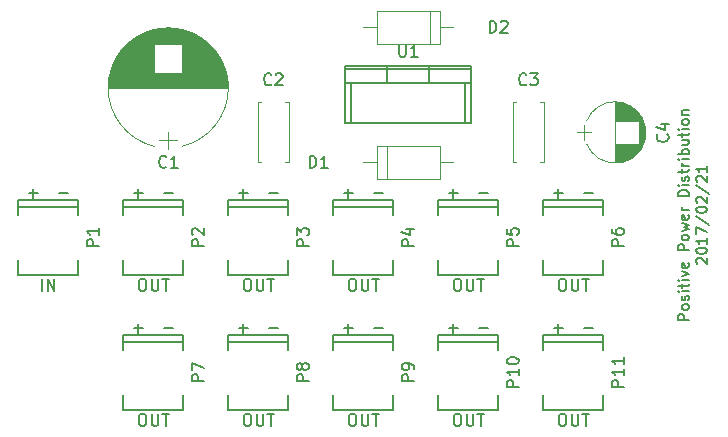
<source format=gto>
G04 #@! TF.FileFunction,Legend,Top*
%FSLAX46Y46*%
G04 Gerber Fmt 4.6, Leading zero omitted, Abs format (unit mm)*
G04 Created by KiCad (PCBNEW 4.0.7) date 02/11/18 16:54:13*
%MOMM*%
%LPD*%
G01*
G04 APERTURE LIST*
%ADD10C,0.100000*%
%ADD11C,0.190500*%
%ADD12C,0.150000*%
%ADD13C,0.120000*%
G04 APERTURE END LIST*
D10*
D11*
X188870167Y-113643830D02*
X187981167Y-113643830D01*
X187981167Y-113305164D01*
X188023500Y-113220497D01*
X188065833Y-113178164D01*
X188150500Y-113135830D01*
X188277500Y-113135830D01*
X188362167Y-113178164D01*
X188404500Y-113220497D01*
X188446833Y-113305164D01*
X188446833Y-113643830D01*
X188870167Y-112627830D02*
X188827833Y-112712497D01*
X188785500Y-112754830D01*
X188700833Y-112797164D01*
X188446833Y-112797164D01*
X188362167Y-112754830D01*
X188319833Y-112712497D01*
X188277500Y-112627830D01*
X188277500Y-112500830D01*
X188319833Y-112416164D01*
X188362167Y-112373830D01*
X188446833Y-112331497D01*
X188700833Y-112331497D01*
X188785500Y-112373830D01*
X188827833Y-112416164D01*
X188870167Y-112500830D01*
X188870167Y-112627830D01*
X188827833Y-111992831D02*
X188870167Y-111908164D01*
X188870167Y-111738831D01*
X188827833Y-111654164D01*
X188743167Y-111611831D01*
X188700833Y-111611831D01*
X188616167Y-111654164D01*
X188573833Y-111738831D01*
X188573833Y-111865831D01*
X188531500Y-111950497D01*
X188446833Y-111992831D01*
X188404500Y-111992831D01*
X188319833Y-111950497D01*
X188277500Y-111865831D01*
X188277500Y-111738831D01*
X188319833Y-111654164D01*
X188870167Y-111230830D02*
X188277500Y-111230830D01*
X187981167Y-111230830D02*
X188023500Y-111273164D01*
X188065833Y-111230830D01*
X188023500Y-111188497D01*
X187981167Y-111230830D01*
X188065833Y-111230830D01*
X188277500Y-110934497D02*
X188277500Y-110595831D01*
X187981167Y-110807497D02*
X188743167Y-110807497D01*
X188827833Y-110765164D01*
X188870167Y-110680497D01*
X188870167Y-110595831D01*
X188870167Y-110299497D02*
X188277500Y-110299497D01*
X187981167Y-110299497D02*
X188023500Y-110341831D01*
X188065833Y-110299497D01*
X188023500Y-110257164D01*
X187981167Y-110299497D01*
X188065833Y-110299497D01*
X188277500Y-109960831D02*
X188870167Y-109749164D01*
X188277500Y-109537498D01*
X188827833Y-108860165D02*
X188870167Y-108944831D01*
X188870167Y-109114165D01*
X188827833Y-109198831D01*
X188743167Y-109241165D01*
X188404500Y-109241165D01*
X188319833Y-109198831D01*
X188277500Y-109114165D01*
X188277500Y-108944831D01*
X188319833Y-108860165D01*
X188404500Y-108817831D01*
X188489167Y-108817831D01*
X188573833Y-109241165D01*
X188870167Y-107759498D02*
X187981167Y-107759498D01*
X187981167Y-107420832D01*
X188023500Y-107336165D01*
X188065833Y-107293832D01*
X188150500Y-107251498D01*
X188277500Y-107251498D01*
X188362167Y-107293832D01*
X188404500Y-107336165D01*
X188446833Y-107420832D01*
X188446833Y-107759498D01*
X188870167Y-106743498D02*
X188827833Y-106828165D01*
X188785500Y-106870498D01*
X188700833Y-106912832D01*
X188446833Y-106912832D01*
X188362167Y-106870498D01*
X188319833Y-106828165D01*
X188277500Y-106743498D01*
X188277500Y-106616498D01*
X188319833Y-106531832D01*
X188362167Y-106489498D01*
X188446833Y-106447165D01*
X188700833Y-106447165D01*
X188785500Y-106489498D01*
X188827833Y-106531832D01*
X188870167Y-106616498D01*
X188870167Y-106743498D01*
X188277500Y-106150832D02*
X188870167Y-105981499D01*
X188446833Y-105812165D01*
X188870167Y-105642832D01*
X188277500Y-105473499D01*
X188827833Y-104796166D02*
X188870167Y-104880832D01*
X188870167Y-105050166D01*
X188827833Y-105134832D01*
X188743167Y-105177166D01*
X188404500Y-105177166D01*
X188319833Y-105134832D01*
X188277500Y-105050166D01*
X188277500Y-104880832D01*
X188319833Y-104796166D01*
X188404500Y-104753832D01*
X188489167Y-104753832D01*
X188573833Y-105177166D01*
X188870167Y-104372832D02*
X188277500Y-104372832D01*
X188446833Y-104372832D02*
X188362167Y-104330499D01*
X188319833Y-104288166D01*
X188277500Y-104203499D01*
X188277500Y-104118832D01*
X188870167Y-103145166D02*
X187981167Y-103145166D01*
X187981167Y-102933500D01*
X188023500Y-102806500D01*
X188108167Y-102721833D01*
X188192833Y-102679500D01*
X188362167Y-102637166D01*
X188489167Y-102637166D01*
X188658500Y-102679500D01*
X188743167Y-102721833D01*
X188827833Y-102806500D01*
X188870167Y-102933500D01*
X188870167Y-103145166D01*
X188870167Y-102256166D02*
X188277500Y-102256166D01*
X187981167Y-102256166D02*
X188023500Y-102298500D01*
X188065833Y-102256166D01*
X188023500Y-102213833D01*
X187981167Y-102256166D01*
X188065833Y-102256166D01*
X188827833Y-101875167D02*
X188870167Y-101790500D01*
X188870167Y-101621167D01*
X188827833Y-101536500D01*
X188743167Y-101494167D01*
X188700833Y-101494167D01*
X188616167Y-101536500D01*
X188573833Y-101621167D01*
X188573833Y-101748167D01*
X188531500Y-101832833D01*
X188446833Y-101875167D01*
X188404500Y-101875167D01*
X188319833Y-101832833D01*
X188277500Y-101748167D01*
X188277500Y-101621167D01*
X188319833Y-101536500D01*
X188277500Y-101240166D02*
X188277500Y-100901500D01*
X187981167Y-101113166D02*
X188743167Y-101113166D01*
X188827833Y-101070833D01*
X188870167Y-100986166D01*
X188870167Y-100901500D01*
X188870167Y-100605166D02*
X188277500Y-100605166D01*
X188446833Y-100605166D02*
X188362167Y-100562833D01*
X188319833Y-100520500D01*
X188277500Y-100435833D01*
X188277500Y-100351166D01*
X188870167Y-100054833D02*
X188277500Y-100054833D01*
X187981167Y-100054833D02*
X188023500Y-100097167D01*
X188065833Y-100054833D01*
X188023500Y-100012500D01*
X187981167Y-100054833D01*
X188065833Y-100054833D01*
X188870167Y-99631500D02*
X187981167Y-99631500D01*
X188319833Y-99631500D02*
X188277500Y-99546834D01*
X188277500Y-99377500D01*
X188319833Y-99292834D01*
X188362167Y-99250500D01*
X188446833Y-99208167D01*
X188700833Y-99208167D01*
X188785500Y-99250500D01*
X188827833Y-99292834D01*
X188870167Y-99377500D01*
X188870167Y-99546834D01*
X188827833Y-99631500D01*
X188277500Y-98446167D02*
X188870167Y-98446167D01*
X188277500Y-98827167D02*
X188743167Y-98827167D01*
X188827833Y-98784834D01*
X188870167Y-98700167D01*
X188870167Y-98573167D01*
X188827833Y-98488501D01*
X188785500Y-98446167D01*
X188277500Y-98149834D02*
X188277500Y-97811168D01*
X187981167Y-98022834D02*
X188743167Y-98022834D01*
X188827833Y-97980501D01*
X188870167Y-97895834D01*
X188870167Y-97811168D01*
X188870167Y-97514834D02*
X188277500Y-97514834D01*
X187981167Y-97514834D02*
X188023500Y-97557168D01*
X188065833Y-97514834D01*
X188023500Y-97472501D01*
X187981167Y-97514834D01*
X188065833Y-97514834D01*
X188870167Y-96964501D02*
X188827833Y-97049168D01*
X188785500Y-97091501D01*
X188700833Y-97133835D01*
X188446833Y-97133835D01*
X188362167Y-97091501D01*
X188319833Y-97049168D01*
X188277500Y-96964501D01*
X188277500Y-96837501D01*
X188319833Y-96752835D01*
X188362167Y-96710501D01*
X188446833Y-96668168D01*
X188700833Y-96668168D01*
X188785500Y-96710501D01*
X188827833Y-96752835D01*
X188870167Y-96837501D01*
X188870167Y-96964501D01*
X188277500Y-96287168D02*
X188870167Y-96287168D01*
X188362167Y-96287168D02*
X188319833Y-96244835D01*
X188277500Y-96160168D01*
X188277500Y-96033168D01*
X188319833Y-95948502D01*
X188404500Y-95906168D01*
X188870167Y-95906168D01*
X189589833Y-108923668D02*
X189547500Y-108881334D01*
X189505167Y-108796668D01*
X189505167Y-108585001D01*
X189547500Y-108500334D01*
X189589833Y-108458001D01*
X189674500Y-108415668D01*
X189759167Y-108415668D01*
X189886167Y-108458001D01*
X190394167Y-108966001D01*
X190394167Y-108415668D01*
X189505167Y-107865334D02*
X189505167Y-107780667D01*
X189547500Y-107696001D01*
X189589833Y-107653667D01*
X189674500Y-107611334D01*
X189843833Y-107569001D01*
X190055500Y-107569001D01*
X190224833Y-107611334D01*
X190309500Y-107653667D01*
X190351833Y-107696001D01*
X190394167Y-107780667D01*
X190394167Y-107865334D01*
X190351833Y-107950001D01*
X190309500Y-107992334D01*
X190224833Y-108034667D01*
X190055500Y-108077001D01*
X189843833Y-108077001D01*
X189674500Y-108034667D01*
X189589833Y-107992334D01*
X189547500Y-107950001D01*
X189505167Y-107865334D01*
X190394167Y-106722334D02*
X190394167Y-107230334D01*
X190394167Y-106976334D02*
X189505167Y-106976334D01*
X189632167Y-107061000D01*
X189716833Y-107145667D01*
X189759167Y-107230334D01*
X189505167Y-106426000D02*
X189505167Y-105833333D01*
X190394167Y-106214333D01*
X189462833Y-104859666D02*
X190605833Y-105621666D01*
X189505167Y-104394000D02*
X189505167Y-104309333D01*
X189547500Y-104224667D01*
X189589833Y-104182333D01*
X189674500Y-104140000D01*
X189843833Y-104097667D01*
X190055500Y-104097667D01*
X190224833Y-104140000D01*
X190309500Y-104182333D01*
X190351833Y-104224667D01*
X190394167Y-104309333D01*
X190394167Y-104394000D01*
X190351833Y-104478667D01*
X190309500Y-104521000D01*
X190224833Y-104563333D01*
X190055500Y-104605667D01*
X189843833Y-104605667D01*
X189674500Y-104563333D01*
X189589833Y-104521000D01*
X189547500Y-104478667D01*
X189505167Y-104394000D01*
X189589833Y-103759000D02*
X189547500Y-103716666D01*
X189505167Y-103632000D01*
X189505167Y-103420333D01*
X189547500Y-103335666D01*
X189589833Y-103293333D01*
X189674500Y-103251000D01*
X189759167Y-103251000D01*
X189886167Y-103293333D01*
X190394167Y-103801333D01*
X190394167Y-103251000D01*
X189462833Y-102234999D02*
X190605833Y-102996999D01*
X189589833Y-101981000D02*
X189547500Y-101938666D01*
X189505167Y-101854000D01*
X189505167Y-101642333D01*
X189547500Y-101557666D01*
X189589833Y-101515333D01*
X189674500Y-101473000D01*
X189759167Y-101473000D01*
X189886167Y-101515333D01*
X190394167Y-102023333D01*
X190394167Y-101473000D01*
X190394167Y-100626333D02*
X190394167Y-101134333D01*
X190394167Y-100880333D02*
X189505167Y-100880333D01*
X189632167Y-100964999D01*
X189716833Y-101049666D01*
X189759167Y-101134333D01*
D12*
X158750000Y-115570000D02*
X163830000Y-115570000D01*
X163830000Y-121285000D02*
X163830000Y-120015000D01*
X163830000Y-115570000D02*
X163830000Y-116205000D01*
X158750000Y-120650000D02*
X158750000Y-120015000D01*
X158750000Y-115570000D02*
X158750000Y-116205000D01*
X158750000Y-115570000D02*
X158750000Y-114935000D01*
X158750000Y-114935000D02*
X163830000Y-114935000D01*
X163830000Y-114935000D02*
X163830000Y-115570000D01*
X163830000Y-121285000D02*
X158750000Y-121285000D01*
X158750000Y-121285000D02*
X158750000Y-120650000D01*
X149860000Y-115570000D02*
X154940000Y-115570000D01*
X154940000Y-121285000D02*
X154940000Y-120015000D01*
X154940000Y-115570000D02*
X154940000Y-116205000D01*
X149860000Y-120650000D02*
X149860000Y-120015000D01*
X149860000Y-115570000D02*
X149860000Y-116205000D01*
X149860000Y-115570000D02*
X149860000Y-114935000D01*
X149860000Y-114935000D02*
X154940000Y-114935000D01*
X154940000Y-114935000D02*
X154940000Y-115570000D01*
X154940000Y-121285000D02*
X149860000Y-121285000D01*
X149860000Y-121285000D02*
X149860000Y-120650000D01*
X140970000Y-115570000D02*
X146050000Y-115570000D01*
X146050000Y-121285000D02*
X146050000Y-120015000D01*
X146050000Y-115570000D02*
X146050000Y-116205000D01*
X140970000Y-120650000D02*
X140970000Y-120015000D01*
X140970000Y-115570000D02*
X140970000Y-116205000D01*
X140970000Y-115570000D02*
X140970000Y-114935000D01*
X140970000Y-114935000D02*
X146050000Y-114935000D01*
X146050000Y-114935000D02*
X146050000Y-115570000D01*
X146050000Y-121285000D02*
X140970000Y-121285000D01*
X140970000Y-121285000D02*
X140970000Y-120650000D01*
X167640000Y-115570000D02*
X172720000Y-115570000D01*
X172720000Y-121285000D02*
X172720000Y-120015000D01*
X172720000Y-115570000D02*
X172720000Y-116205000D01*
X167640000Y-120650000D02*
X167640000Y-120015000D01*
X167640000Y-115570000D02*
X167640000Y-116205000D01*
X167640000Y-115570000D02*
X167640000Y-114935000D01*
X167640000Y-114935000D02*
X172720000Y-114935000D01*
X172720000Y-114935000D02*
X172720000Y-115570000D01*
X172720000Y-121285000D02*
X167640000Y-121285000D01*
X167640000Y-121285000D02*
X167640000Y-120650000D01*
X176530000Y-115570000D02*
X181610000Y-115570000D01*
X181610000Y-121285000D02*
X181610000Y-120015000D01*
X181610000Y-115570000D02*
X181610000Y-116205000D01*
X176530000Y-120650000D02*
X176530000Y-120015000D01*
X176530000Y-115570000D02*
X176530000Y-116205000D01*
X176530000Y-115570000D02*
X176530000Y-114935000D01*
X176530000Y-114935000D02*
X181610000Y-114935000D01*
X181610000Y-114935000D02*
X181610000Y-115570000D01*
X181610000Y-121285000D02*
X176530000Y-121285000D01*
X176530000Y-121285000D02*
X176530000Y-120650000D01*
X176530000Y-104140000D02*
X181610000Y-104140000D01*
X181610000Y-109855000D02*
X181610000Y-108585000D01*
X181610000Y-104140000D02*
X181610000Y-104775000D01*
X176530000Y-109220000D02*
X176530000Y-108585000D01*
X176530000Y-104140000D02*
X176530000Y-104775000D01*
X176530000Y-104140000D02*
X176530000Y-103505000D01*
X176530000Y-103505000D02*
X181610000Y-103505000D01*
X181610000Y-103505000D02*
X181610000Y-104140000D01*
X181610000Y-109855000D02*
X176530000Y-109855000D01*
X176530000Y-109855000D02*
X176530000Y-109220000D01*
X167640000Y-104140000D02*
X172720000Y-104140000D01*
X172720000Y-109855000D02*
X172720000Y-108585000D01*
X172720000Y-104140000D02*
X172720000Y-104775000D01*
X167640000Y-109220000D02*
X167640000Y-108585000D01*
X167640000Y-104140000D02*
X167640000Y-104775000D01*
X167640000Y-104140000D02*
X167640000Y-103505000D01*
X167640000Y-103505000D02*
X172720000Y-103505000D01*
X172720000Y-103505000D02*
X172720000Y-104140000D01*
X172720000Y-109855000D02*
X167640000Y-109855000D01*
X167640000Y-109855000D02*
X167640000Y-109220000D01*
X158750000Y-104140000D02*
X163830000Y-104140000D01*
X163830000Y-109855000D02*
X163830000Y-108585000D01*
X163830000Y-104140000D02*
X163830000Y-104775000D01*
X158750000Y-109220000D02*
X158750000Y-108585000D01*
X158750000Y-104140000D02*
X158750000Y-104775000D01*
X158750000Y-104140000D02*
X158750000Y-103505000D01*
X158750000Y-103505000D02*
X163830000Y-103505000D01*
X163830000Y-103505000D02*
X163830000Y-104140000D01*
X163830000Y-109855000D02*
X158750000Y-109855000D01*
X158750000Y-109855000D02*
X158750000Y-109220000D01*
X149860000Y-104140000D02*
X154940000Y-104140000D01*
X154940000Y-109855000D02*
X154940000Y-108585000D01*
X154940000Y-104140000D02*
X154940000Y-104775000D01*
X149860000Y-109220000D02*
X149860000Y-108585000D01*
X149860000Y-104140000D02*
X149860000Y-104775000D01*
X149860000Y-104140000D02*
X149860000Y-103505000D01*
X149860000Y-103505000D02*
X154940000Y-103505000D01*
X154940000Y-103505000D02*
X154940000Y-104140000D01*
X154940000Y-109855000D02*
X149860000Y-109855000D01*
X149860000Y-109855000D02*
X149860000Y-109220000D01*
X140970000Y-104140000D02*
X146050000Y-104140000D01*
X146050000Y-109855000D02*
X146050000Y-108585000D01*
X146050000Y-104140000D02*
X146050000Y-104775000D01*
X140970000Y-109220000D02*
X140970000Y-108585000D01*
X140970000Y-104140000D02*
X140970000Y-104775000D01*
X140970000Y-104140000D02*
X140970000Y-103505000D01*
X140970000Y-103505000D02*
X146050000Y-103505000D01*
X146050000Y-103505000D02*
X146050000Y-104140000D01*
X146050000Y-109855000D02*
X140970000Y-109855000D01*
X140970000Y-109855000D02*
X140970000Y-109220000D01*
X132080000Y-104140000D02*
X137160000Y-104140000D01*
X137160000Y-109855000D02*
X137160000Y-108585000D01*
X137160000Y-104140000D02*
X137160000Y-104775000D01*
X132080000Y-109220000D02*
X132080000Y-108585000D01*
X132080000Y-104140000D02*
X132080000Y-104775000D01*
X132080000Y-104140000D02*
X132080000Y-103505000D01*
X132080000Y-103505000D02*
X137160000Y-103505000D01*
X137160000Y-103505000D02*
X137160000Y-104140000D01*
X137160000Y-109855000D02*
X132080000Y-109855000D01*
X132080000Y-109855000D02*
X132080000Y-109220000D01*
D13*
X143600806Y-89068475D02*
G75*
G03X143600000Y-98971333I1179194J-4951525D01*
G01*
X145959194Y-89068475D02*
G75*
G02X145960000Y-98971333I-1179194J-4951525D01*
G01*
X145959194Y-89068475D02*
G75*
G03X143600000Y-89068667I-1179194J-4951525D01*
G01*
X139730000Y-94020000D02*
X149830000Y-94020000D01*
X139730000Y-93980000D02*
X149830000Y-93980000D01*
X139730000Y-93940000D02*
X149830000Y-93940000D01*
X139731000Y-93900000D02*
X149829000Y-93900000D01*
X139732000Y-93860000D02*
X149828000Y-93860000D01*
X139733000Y-93820000D02*
X149827000Y-93820000D01*
X139735000Y-93780000D02*
X149825000Y-93780000D01*
X139737000Y-93740000D02*
X149823000Y-93740000D01*
X139740000Y-93700000D02*
X149820000Y-93700000D01*
X139742000Y-93660000D02*
X149818000Y-93660000D01*
X139745000Y-93620000D02*
X149815000Y-93620000D01*
X139749000Y-93580000D02*
X149811000Y-93580000D01*
X139752000Y-93540000D02*
X149808000Y-93540000D01*
X139756000Y-93500000D02*
X149804000Y-93500000D01*
X139760000Y-93460000D02*
X149800000Y-93460000D01*
X139765000Y-93420000D02*
X149795000Y-93420000D01*
X139770000Y-93380000D02*
X149790000Y-93380000D01*
X139775000Y-93340000D02*
X149785000Y-93340000D01*
X139781000Y-93299000D02*
X149779000Y-93299000D01*
X139787000Y-93259000D02*
X149773000Y-93259000D01*
X139793000Y-93219000D02*
X149767000Y-93219000D01*
X139799000Y-93179000D02*
X149761000Y-93179000D01*
X139806000Y-93139000D02*
X149754000Y-93139000D01*
X139813000Y-93099000D02*
X149747000Y-93099000D01*
X139821000Y-93059000D02*
X149739000Y-93059000D01*
X139829000Y-93019000D02*
X149731000Y-93019000D01*
X139837000Y-92979000D02*
X149723000Y-92979000D01*
X139845000Y-92939000D02*
X149715000Y-92939000D01*
X139854000Y-92899000D02*
X149706000Y-92899000D01*
X139863000Y-92859000D02*
X149697000Y-92859000D01*
X139873000Y-92819000D02*
X149687000Y-92819000D01*
X139883000Y-92779000D02*
X149677000Y-92779000D01*
X139893000Y-92739000D02*
X149667000Y-92739000D01*
X139904000Y-92699000D02*
X143599000Y-92699000D01*
X145961000Y-92699000D02*
X149656000Y-92699000D01*
X139915000Y-92659000D02*
X143599000Y-92659000D01*
X145961000Y-92659000D02*
X149645000Y-92659000D01*
X139926000Y-92619000D02*
X143599000Y-92619000D01*
X145961000Y-92619000D02*
X149634000Y-92619000D01*
X139937000Y-92579000D02*
X143599000Y-92579000D01*
X145961000Y-92579000D02*
X149623000Y-92579000D01*
X139949000Y-92539000D02*
X143599000Y-92539000D01*
X145961000Y-92539000D02*
X149611000Y-92539000D01*
X139962000Y-92499000D02*
X143599000Y-92499000D01*
X145961000Y-92499000D02*
X149598000Y-92499000D01*
X139974000Y-92459000D02*
X143599000Y-92459000D01*
X145961000Y-92459000D02*
X149586000Y-92459000D01*
X139988000Y-92419000D02*
X143599000Y-92419000D01*
X145961000Y-92419000D02*
X149572000Y-92419000D01*
X140001000Y-92379000D02*
X143599000Y-92379000D01*
X145961000Y-92379000D02*
X149559000Y-92379000D01*
X140015000Y-92339000D02*
X143599000Y-92339000D01*
X145961000Y-92339000D02*
X149545000Y-92339000D01*
X140029000Y-92299000D02*
X143599000Y-92299000D01*
X145961000Y-92299000D02*
X149531000Y-92299000D01*
X140043000Y-92259000D02*
X143599000Y-92259000D01*
X145961000Y-92259000D02*
X149517000Y-92259000D01*
X140058000Y-92219000D02*
X143599000Y-92219000D01*
X145961000Y-92219000D02*
X149502000Y-92219000D01*
X140074000Y-92179000D02*
X143599000Y-92179000D01*
X145961000Y-92179000D02*
X149486000Y-92179000D01*
X140089000Y-92139000D02*
X143599000Y-92139000D01*
X145961000Y-92139000D02*
X149471000Y-92139000D01*
X140106000Y-92099000D02*
X143599000Y-92099000D01*
X145961000Y-92099000D02*
X149454000Y-92099000D01*
X140122000Y-92059000D02*
X143599000Y-92059000D01*
X145961000Y-92059000D02*
X149438000Y-92059000D01*
X140139000Y-92019000D02*
X143599000Y-92019000D01*
X145961000Y-92019000D02*
X149421000Y-92019000D01*
X140156000Y-91979000D02*
X143599000Y-91979000D01*
X145961000Y-91979000D02*
X149404000Y-91979000D01*
X140174000Y-91939000D02*
X143599000Y-91939000D01*
X145961000Y-91939000D02*
X149386000Y-91939000D01*
X140192000Y-91899000D02*
X143599000Y-91899000D01*
X145961000Y-91899000D02*
X149368000Y-91899000D01*
X140211000Y-91859000D02*
X143599000Y-91859000D01*
X145961000Y-91859000D02*
X149349000Y-91859000D01*
X140230000Y-91819000D02*
X143599000Y-91819000D01*
X145961000Y-91819000D02*
X149330000Y-91819000D01*
X140249000Y-91779000D02*
X143599000Y-91779000D01*
X145961000Y-91779000D02*
X149311000Y-91779000D01*
X140269000Y-91739000D02*
X143599000Y-91739000D01*
X145961000Y-91739000D02*
X149291000Y-91739000D01*
X140289000Y-91699000D02*
X143599000Y-91699000D01*
X145961000Y-91699000D02*
X149271000Y-91699000D01*
X140310000Y-91659000D02*
X143599000Y-91659000D01*
X145961000Y-91659000D02*
X149250000Y-91659000D01*
X140331000Y-91619000D02*
X143599000Y-91619000D01*
X145961000Y-91619000D02*
X149229000Y-91619000D01*
X140352000Y-91579000D02*
X143599000Y-91579000D01*
X145961000Y-91579000D02*
X149208000Y-91579000D01*
X140375000Y-91539000D02*
X143599000Y-91539000D01*
X145961000Y-91539000D02*
X149185000Y-91539000D01*
X140397000Y-91499000D02*
X143599000Y-91499000D01*
X145961000Y-91499000D02*
X149163000Y-91499000D01*
X140420000Y-91459000D02*
X143599000Y-91459000D01*
X145961000Y-91459000D02*
X149140000Y-91459000D01*
X140444000Y-91419000D02*
X143599000Y-91419000D01*
X145961000Y-91419000D02*
X149116000Y-91419000D01*
X140468000Y-91379000D02*
X143599000Y-91379000D01*
X145961000Y-91379000D02*
X149092000Y-91379000D01*
X140492000Y-91339000D02*
X143599000Y-91339000D01*
X145961000Y-91339000D02*
X149068000Y-91339000D01*
X140517000Y-91299000D02*
X143599000Y-91299000D01*
X145961000Y-91299000D02*
X149043000Y-91299000D01*
X140543000Y-91259000D02*
X143599000Y-91259000D01*
X145961000Y-91259000D02*
X149017000Y-91259000D01*
X140569000Y-91219000D02*
X143599000Y-91219000D01*
X145961000Y-91219000D02*
X148991000Y-91219000D01*
X140595000Y-91179000D02*
X143599000Y-91179000D01*
X145961000Y-91179000D02*
X148965000Y-91179000D01*
X140623000Y-91139000D02*
X143599000Y-91139000D01*
X145961000Y-91139000D02*
X148937000Y-91139000D01*
X140650000Y-91099000D02*
X143599000Y-91099000D01*
X145961000Y-91099000D02*
X148910000Y-91099000D01*
X140679000Y-91059000D02*
X143599000Y-91059000D01*
X145961000Y-91059000D02*
X148881000Y-91059000D01*
X140708000Y-91019000D02*
X143599000Y-91019000D01*
X145961000Y-91019000D02*
X148852000Y-91019000D01*
X140737000Y-90979000D02*
X143599000Y-90979000D01*
X145961000Y-90979000D02*
X148823000Y-90979000D01*
X140767000Y-90939000D02*
X143599000Y-90939000D01*
X145961000Y-90939000D02*
X148793000Y-90939000D01*
X140798000Y-90899000D02*
X143599000Y-90899000D01*
X145961000Y-90899000D02*
X148762000Y-90899000D01*
X140829000Y-90859000D02*
X143599000Y-90859000D01*
X145961000Y-90859000D02*
X148731000Y-90859000D01*
X140861000Y-90819000D02*
X143599000Y-90819000D01*
X145961000Y-90819000D02*
X148699000Y-90819000D01*
X140894000Y-90779000D02*
X143599000Y-90779000D01*
X145961000Y-90779000D02*
X148666000Y-90779000D01*
X140927000Y-90739000D02*
X143599000Y-90739000D01*
X145961000Y-90739000D02*
X148633000Y-90739000D01*
X140961000Y-90699000D02*
X143599000Y-90699000D01*
X145961000Y-90699000D02*
X148599000Y-90699000D01*
X140996000Y-90659000D02*
X143599000Y-90659000D01*
X145961000Y-90659000D02*
X148564000Y-90659000D01*
X141032000Y-90619000D02*
X143599000Y-90619000D01*
X145961000Y-90619000D02*
X148528000Y-90619000D01*
X141068000Y-90579000D02*
X143599000Y-90579000D01*
X145961000Y-90579000D02*
X148492000Y-90579000D01*
X141105000Y-90539000D02*
X143599000Y-90539000D01*
X145961000Y-90539000D02*
X148455000Y-90539000D01*
X141143000Y-90499000D02*
X143599000Y-90499000D01*
X145961000Y-90499000D02*
X148417000Y-90499000D01*
X141182000Y-90459000D02*
X143599000Y-90459000D01*
X145961000Y-90459000D02*
X148378000Y-90459000D01*
X141221000Y-90419000D02*
X143599000Y-90419000D01*
X145961000Y-90419000D02*
X148339000Y-90419000D01*
X141262000Y-90379000D02*
X143599000Y-90379000D01*
X145961000Y-90379000D02*
X148298000Y-90379000D01*
X141303000Y-90339000D02*
X148257000Y-90339000D01*
X141345000Y-90299000D02*
X148215000Y-90299000D01*
X141389000Y-90259000D02*
X148171000Y-90259000D01*
X141433000Y-90219000D02*
X148127000Y-90219000D01*
X141478000Y-90179000D02*
X148082000Y-90179000D01*
X141525000Y-90139000D02*
X148035000Y-90139000D01*
X141573000Y-90099000D02*
X147987000Y-90099000D01*
X141622000Y-90059000D02*
X147938000Y-90059000D01*
X141672000Y-90019000D02*
X147888000Y-90019000D01*
X141723000Y-89979000D02*
X147837000Y-89979000D01*
X141776000Y-89939000D02*
X147784000Y-89939000D01*
X141831000Y-89899000D02*
X147729000Y-89899000D01*
X141886000Y-89859000D02*
X147674000Y-89859000D01*
X141944000Y-89819000D02*
X147616000Y-89819000D01*
X142003000Y-89779000D02*
X147557000Y-89779000D01*
X142065000Y-89739000D02*
X147495000Y-89739000D01*
X142128000Y-89699000D02*
X147432000Y-89699000D01*
X142193000Y-89659000D02*
X147367000Y-89659000D01*
X142261000Y-89619000D02*
X147299000Y-89619000D01*
X142331000Y-89579000D02*
X147229000Y-89579000D01*
X142403000Y-89539000D02*
X147157000Y-89539000D01*
X142479000Y-89499000D02*
X147081000Y-89499000D01*
X142558000Y-89459000D02*
X147002000Y-89459000D01*
X142640000Y-89419000D02*
X146920000Y-89419000D01*
X142727000Y-89379000D02*
X146833000Y-89379000D01*
X142818000Y-89339000D02*
X146742000Y-89339000D01*
X142914000Y-89299000D02*
X146646000Y-89299000D01*
X143017000Y-89259000D02*
X146543000Y-89259000D01*
X143126000Y-89219000D02*
X146434000Y-89219000D01*
X143244000Y-89179000D02*
X146316000Y-89179000D01*
X143373000Y-89139000D02*
X146187000Y-89139000D01*
X143515000Y-89099000D02*
X146045000Y-89099000D01*
X143676000Y-89059000D02*
X145884000Y-89059000D01*
X143867000Y-89019000D02*
X145693000Y-89019000D01*
X144108000Y-88979000D02*
X145452000Y-88979000D01*
X144501000Y-88939000D02*
X145059000Y-88939000D01*
X144780000Y-99220000D02*
X144780000Y-97720000D01*
X144030000Y-98470000D02*
X145530000Y-98470000D01*
X154980000Y-95190000D02*
X154980000Y-100310000D01*
X152360000Y-95190000D02*
X152360000Y-100310000D01*
X154980000Y-95190000D02*
X154666000Y-95190000D01*
X152674000Y-95190000D02*
X152360000Y-95190000D01*
X154980000Y-100310000D02*
X154666000Y-100310000D01*
X152674000Y-100310000D02*
X152360000Y-100310000D01*
X176570000Y-95190000D02*
X176570000Y-100310000D01*
X173950000Y-95190000D02*
X173950000Y-100310000D01*
X176570000Y-95190000D02*
X176256000Y-95190000D01*
X174264000Y-95190000D02*
X173950000Y-95190000D01*
X176570000Y-100310000D02*
X176256000Y-100310000D01*
X174264000Y-100310000D02*
X173950000Y-100310000D01*
X185006863Y-96808600D02*
G75*
G03X180212564Y-96810000I-2396863J-981400D01*
G01*
X185006863Y-98771400D02*
G75*
G02X180212564Y-98770000I-2396863J981400D01*
G01*
X185006863Y-98771400D02*
G75*
G03X185007436Y-96810000I-2396863J981400D01*
G01*
X182610000Y-95240000D02*
X182610000Y-100340000D01*
X182650000Y-95240000D02*
X182650000Y-96810000D01*
X182650000Y-98770000D02*
X182650000Y-100340000D01*
X182690000Y-95241000D02*
X182690000Y-96810000D01*
X182690000Y-98770000D02*
X182690000Y-100339000D01*
X182730000Y-95242000D02*
X182730000Y-96810000D01*
X182730000Y-98770000D02*
X182730000Y-100338000D01*
X182770000Y-95244000D02*
X182770000Y-96810000D01*
X182770000Y-98770000D02*
X182770000Y-100336000D01*
X182810000Y-95247000D02*
X182810000Y-96810000D01*
X182810000Y-98770000D02*
X182810000Y-100333000D01*
X182850000Y-95251000D02*
X182850000Y-96810000D01*
X182850000Y-98770000D02*
X182850000Y-100329000D01*
X182890000Y-95255000D02*
X182890000Y-96810000D01*
X182890000Y-98770000D02*
X182890000Y-100325000D01*
X182930000Y-95259000D02*
X182930000Y-96810000D01*
X182930000Y-98770000D02*
X182930000Y-100321000D01*
X182970000Y-95265000D02*
X182970000Y-96810000D01*
X182970000Y-98770000D02*
X182970000Y-100315000D01*
X183010000Y-95271000D02*
X183010000Y-96810000D01*
X183010000Y-98770000D02*
X183010000Y-100309000D01*
X183050000Y-95277000D02*
X183050000Y-96810000D01*
X183050000Y-98770000D02*
X183050000Y-100303000D01*
X183090000Y-95284000D02*
X183090000Y-96810000D01*
X183090000Y-98770000D02*
X183090000Y-100296000D01*
X183130000Y-95292000D02*
X183130000Y-96810000D01*
X183130000Y-98770000D02*
X183130000Y-100288000D01*
X183170000Y-95301000D02*
X183170000Y-96810000D01*
X183170000Y-98770000D02*
X183170000Y-100279000D01*
X183210000Y-95310000D02*
X183210000Y-96810000D01*
X183210000Y-98770000D02*
X183210000Y-100270000D01*
X183250000Y-95320000D02*
X183250000Y-96810000D01*
X183250000Y-98770000D02*
X183250000Y-100260000D01*
X183290000Y-95330000D02*
X183290000Y-96810000D01*
X183290000Y-98770000D02*
X183290000Y-100250000D01*
X183331000Y-95342000D02*
X183331000Y-96810000D01*
X183331000Y-98770000D02*
X183331000Y-100238000D01*
X183371000Y-95354000D02*
X183371000Y-96810000D01*
X183371000Y-98770000D02*
X183371000Y-100226000D01*
X183411000Y-95366000D02*
X183411000Y-96810000D01*
X183411000Y-98770000D02*
X183411000Y-100214000D01*
X183451000Y-95380000D02*
X183451000Y-96810000D01*
X183451000Y-98770000D02*
X183451000Y-100200000D01*
X183491000Y-95394000D02*
X183491000Y-96810000D01*
X183491000Y-98770000D02*
X183491000Y-100186000D01*
X183531000Y-95408000D02*
X183531000Y-96810000D01*
X183531000Y-98770000D02*
X183531000Y-100172000D01*
X183571000Y-95424000D02*
X183571000Y-96810000D01*
X183571000Y-98770000D02*
X183571000Y-100156000D01*
X183611000Y-95440000D02*
X183611000Y-96810000D01*
X183611000Y-98770000D02*
X183611000Y-100140000D01*
X183651000Y-95457000D02*
X183651000Y-96810000D01*
X183651000Y-98770000D02*
X183651000Y-100123000D01*
X183691000Y-95475000D02*
X183691000Y-96810000D01*
X183691000Y-98770000D02*
X183691000Y-100105000D01*
X183731000Y-95494000D02*
X183731000Y-96810000D01*
X183731000Y-98770000D02*
X183731000Y-100086000D01*
X183771000Y-95514000D02*
X183771000Y-96810000D01*
X183771000Y-98770000D02*
X183771000Y-100066000D01*
X183811000Y-95534000D02*
X183811000Y-96810000D01*
X183811000Y-98770000D02*
X183811000Y-100046000D01*
X183851000Y-95556000D02*
X183851000Y-96810000D01*
X183851000Y-98770000D02*
X183851000Y-100024000D01*
X183891000Y-95578000D02*
X183891000Y-96810000D01*
X183891000Y-98770000D02*
X183891000Y-100002000D01*
X183931000Y-95601000D02*
X183931000Y-96810000D01*
X183931000Y-98770000D02*
X183931000Y-99979000D01*
X183971000Y-95625000D02*
X183971000Y-96810000D01*
X183971000Y-98770000D02*
X183971000Y-99955000D01*
X184011000Y-95650000D02*
X184011000Y-96810000D01*
X184011000Y-98770000D02*
X184011000Y-99930000D01*
X184051000Y-95677000D02*
X184051000Y-96810000D01*
X184051000Y-98770000D02*
X184051000Y-99903000D01*
X184091000Y-95704000D02*
X184091000Y-96810000D01*
X184091000Y-98770000D02*
X184091000Y-99876000D01*
X184131000Y-95732000D02*
X184131000Y-96810000D01*
X184131000Y-98770000D02*
X184131000Y-99848000D01*
X184171000Y-95762000D02*
X184171000Y-96810000D01*
X184171000Y-98770000D02*
X184171000Y-99818000D01*
X184211000Y-95793000D02*
X184211000Y-96810000D01*
X184211000Y-98770000D02*
X184211000Y-99787000D01*
X184251000Y-95825000D02*
X184251000Y-96810000D01*
X184251000Y-98770000D02*
X184251000Y-99755000D01*
X184291000Y-95858000D02*
X184291000Y-96810000D01*
X184291000Y-98770000D02*
X184291000Y-99722000D01*
X184331000Y-95893000D02*
X184331000Y-96810000D01*
X184331000Y-98770000D02*
X184331000Y-99687000D01*
X184371000Y-95929000D02*
X184371000Y-96810000D01*
X184371000Y-98770000D02*
X184371000Y-99651000D01*
X184411000Y-95967000D02*
X184411000Y-96810000D01*
X184411000Y-98770000D02*
X184411000Y-99613000D01*
X184451000Y-96007000D02*
X184451000Y-96810000D01*
X184451000Y-98770000D02*
X184451000Y-99573000D01*
X184491000Y-96048000D02*
X184491000Y-96810000D01*
X184491000Y-98770000D02*
X184491000Y-99532000D01*
X184531000Y-96091000D02*
X184531000Y-96810000D01*
X184531000Y-98770000D02*
X184531000Y-99489000D01*
X184571000Y-96136000D02*
X184571000Y-96810000D01*
X184571000Y-98770000D02*
X184571000Y-99444000D01*
X184611000Y-96184000D02*
X184611000Y-99396000D01*
X184651000Y-96234000D02*
X184651000Y-99346000D01*
X184691000Y-96286000D02*
X184691000Y-99294000D01*
X184731000Y-96342000D02*
X184731000Y-99238000D01*
X184771000Y-96400000D02*
X184771000Y-99180000D01*
X184811000Y-96463000D02*
X184811000Y-99117000D01*
X184851000Y-96529000D02*
X184851000Y-99051000D01*
X184891000Y-96601000D02*
X184891000Y-98979000D01*
X184931000Y-96678000D02*
X184931000Y-98902000D01*
X184971000Y-96762000D02*
X184971000Y-98818000D01*
X185011000Y-96856000D02*
X185011000Y-98724000D01*
X185051000Y-96961000D02*
X185051000Y-98619000D01*
X185091000Y-97083000D02*
X185091000Y-98497000D01*
X185131000Y-97231000D02*
X185131000Y-98349000D01*
X185171000Y-97436000D02*
X185171000Y-98144000D01*
X179410000Y-97790000D02*
X180610000Y-97790000D01*
X180010000Y-97140000D02*
X180010000Y-98440000D01*
X162440000Y-98920000D02*
X162440000Y-101740000D01*
X162440000Y-101740000D02*
X167760000Y-101740000D01*
X167760000Y-101740000D02*
X167760000Y-98920000D01*
X167760000Y-98920000D02*
X162440000Y-98920000D01*
X161300000Y-100330000D02*
X162440000Y-100330000D01*
X168900000Y-100330000D02*
X167760000Y-100330000D01*
X163280000Y-98920000D02*
X163280000Y-101740000D01*
X167760000Y-90310000D02*
X167760000Y-87490000D01*
X167760000Y-87490000D02*
X162440000Y-87490000D01*
X162440000Y-87490000D02*
X162440000Y-90310000D01*
X162440000Y-90310000D02*
X167760000Y-90310000D01*
X168900000Y-88900000D02*
X167760000Y-88900000D01*
X161300000Y-88900000D02*
X162440000Y-88900000D01*
X166920000Y-90310000D02*
X166920000Y-87490000D01*
D12*
X169926000Y-93599000D02*
X169926000Y-97028000D01*
X160274000Y-93599000D02*
X160274000Y-97028000D01*
X170434000Y-92456000D02*
X159766000Y-92456000D01*
X166878000Y-93472000D02*
X166878000Y-92202000D01*
X163322000Y-93472000D02*
X163322000Y-92202000D01*
X159766000Y-93599000D02*
X170434000Y-93599000D01*
X170434000Y-97028000D02*
X159766000Y-97028000D01*
X159766000Y-92202000D02*
X159766000Y-97028000D01*
X170434000Y-92202000D02*
X170434000Y-97028000D01*
X170434000Y-92202000D02*
X159766000Y-92202000D01*
X165552381Y-118848095D02*
X164552381Y-118848095D01*
X164552381Y-118467142D01*
X164600000Y-118371904D01*
X164647619Y-118324285D01*
X164742857Y-118276666D01*
X164885714Y-118276666D01*
X164980952Y-118324285D01*
X165028571Y-118371904D01*
X165076190Y-118467142D01*
X165076190Y-118848095D01*
X165552381Y-117800476D02*
X165552381Y-117610000D01*
X165504762Y-117514761D01*
X165457143Y-117467142D01*
X165314286Y-117371904D01*
X165123810Y-117324285D01*
X164742857Y-117324285D01*
X164647619Y-117371904D01*
X164600000Y-117419523D01*
X164552381Y-117514761D01*
X164552381Y-117705238D01*
X164600000Y-117800476D01*
X164647619Y-117848095D01*
X164742857Y-117895714D01*
X164980952Y-117895714D01*
X165076190Y-117848095D01*
X165123810Y-117800476D01*
X165171429Y-117705238D01*
X165171429Y-117514761D01*
X165123810Y-117419523D01*
X165076190Y-117371904D01*
X164980952Y-117324285D01*
X160290000Y-121626381D02*
X160480477Y-121626381D01*
X160575715Y-121674000D01*
X160670953Y-121769238D01*
X160718572Y-121959714D01*
X160718572Y-122293048D01*
X160670953Y-122483524D01*
X160575715Y-122578762D01*
X160480477Y-122626381D01*
X160290000Y-122626381D01*
X160194762Y-122578762D01*
X160099524Y-122483524D01*
X160051905Y-122293048D01*
X160051905Y-121959714D01*
X160099524Y-121769238D01*
X160194762Y-121674000D01*
X160290000Y-121626381D01*
X161147143Y-121626381D02*
X161147143Y-122435905D01*
X161194762Y-122531143D01*
X161242381Y-122578762D01*
X161337619Y-122626381D01*
X161528096Y-122626381D01*
X161623334Y-122578762D01*
X161670953Y-122531143D01*
X161718572Y-122435905D01*
X161718572Y-121626381D01*
X162051905Y-121626381D02*
X162623334Y-121626381D01*
X162337619Y-122626381D02*
X162337619Y-121626381D01*
X162179048Y-114371429D02*
X162940953Y-114371429D01*
X159639048Y-114371429D02*
X160400953Y-114371429D01*
X160020001Y-114752381D02*
X160020001Y-113990476D01*
X156662381Y-118848095D02*
X155662381Y-118848095D01*
X155662381Y-118467142D01*
X155710000Y-118371904D01*
X155757619Y-118324285D01*
X155852857Y-118276666D01*
X155995714Y-118276666D01*
X156090952Y-118324285D01*
X156138571Y-118371904D01*
X156186190Y-118467142D01*
X156186190Y-118848095D01*
X156090952Y-117705238D02*
X156043333Y-117800476D01*
X155995714Y-117848095D01*
X155900476Y-117895714D01*
X155852857Y-117895714D01*
X155757619Y-117848095D01*
X155710000Y-117800476D01*
X155662381Y-117705238D01*
X155662381Y-117514761D01*
X155710000Y-117419523D01*
X155757619Y-117371904D01*
X155852857Y-117324285D01*
X155900476Y-117324285D01*
X155995714Y-117371904D01*
X156043333Y-117419523D01*
X156090952Y-117514761D01*
X156090952Y-117705238D01*
X156138571Y-117800476D01*
X156186190Y-117848095D01*
X156281429Y-117895714D01*
X156471905Y-117895714D01*
X156567143Y-117848095D01*
X156614762Y-117800476D01*
X156662381Y-117705238D01*
X156662381Y-117514761D01*
X156614762Y-117419523D01*
X156567143Y-117371904D01*
X156471905Y-117324285D01*
X156281429Y-117324285D01*
X156186190Y-117371904D01*
X156138571Y-117419523D01*
X156090952Y-117514761D01*
X151400000Y-121626381D02*
X151590477Y-121626381D01*
X151685715Y-121674000D01*
X151780953Y-121769238D01*
X151828572Y-121959714D01*
X151828572Y-122293048D01*
X151780953Y-122483524D01*
X151685715Y-122578762D01*
X151590477Y-122626381D01*
X151400000Y-122626381D01*
X151304762Y-122578762D01*
X151209524Y-122483524D01*
X151161905Y-122293048D01*
X151161905Y-121959714D01*
X151209524Y-121769238D01*
X151304762Y-121674000D01*
X151400000Y-121626381D01*
X152257143Y-121626381D02*
X152257143Y-122435905D01*
X152304762Y-122531143D01*
X152352381Y-122578762D01*
X152447619Y-122626381D01*
X152638096Y-122626381D01*
X152733334Y-122578762D01*
X152780953Y-122531143D01*
X152828572Y-122435905D01*
X152828572Y-121626381D01*
X153161905Y-121626381D02*
X153733334Y-121626381D01*
X153447619Y-122626381D02*
X153447619Y-121626381D01*
X153289048Y-114371429D02*
X154050953Y-114371429D01*
X150749048Y-114371429D02*
X151510953Y-114371429D01*
X151130001Y-114752381D02*
X151130001Y-113990476D01*
X147772381Y-118848095D02*
X146772381Y-118848095D01*
X146772381Y-118467142D01*
X146820000Y-118371904D01*
X146867619Y-118324285D01*
X146962857Y-118276666D01*
X147105714Y-118276666D01*
X147200952Y-118324285D01*
X147248571Y-118371904D01*
X147296190Y-118467142D01*
X147296190Y-118848095D01*
X146772381Y-117943333D02*
X146772381Y-117276666D01*
X147772381Y-117705238D01*
X142510000Y-121626381D02*
X142700477Y-121626381D01*
X142795715Y-121674000D01*
X142890953Y-121769238D01*
X142938572Y-121959714D01*
X142938572Y-122293048D01*
X142890953Y-122483524D01*
X142795715Y-122578762D01*
X142700477Y-122626381D01*
X142510000Y-122626381D01*
X142414762Y-122578762D01*
X142319524Y-122483524D01*
X142271905Y-122293048D01*
X142271905Y-121959714D01*
X142319524Y-121769238D01*
X142414762Y-121674000D01*
X142510000Y-121626381D01*
X143367143Y-121626381D02*
X143367143Y-122435905D01*
X143414762Y-122531143D01*
X143462381Y-122578762D01*
X143557619Y-122626381D01*
X143748096Y-122626381D01*
X143843334Y-122578762D01*
X143890953Y-122531143D01*
X143938572Y-122435905D01*
X143938572Y-121626381D01*
X144271905Y-121626381D02*
X144843334Y-121626381D01*
X144557619Y-122626381D02*
X144557619Y-121626381D01*
X144399048Y-114371429D02*
X145160953Y-114371429D01*
X141859048Y-114371429D02*
X142620953Y-114371429D01*
X142240001Y-114752381D02*
X142240001Y-113990476D01*
X174442381Y-119324286D02*
X173442381Y-119324286D01*
X173442381Y-118943333D01*
X173490000Y-118848095D01*
X173537619Y-118800476D01*
X173632857Y-118752857D01*
X173775714Y-118752857D01*
X173870952Y-118800476D01*
X173918571Y-118848095D01*
X173966190Y-118943333D01*
X173966190Y-119324286D01*
X174442381Y-117800476D02*
X174442381Y-118371905D01*
X174442381Y-118086191D02*
X173442381Y-118086191D01*
X173585238Y-118181429D01*
X173680476Y-118276667D01*
X173728095Y-118371905D01*
X173442381Y-117181429D02*
X173442381Y-117086190D01*
X173490000Y-116990952D01*
X173537619Y-116943333D01*
X173632857Y-116895714D01*
X173823333Y-116848095D01*
X174061429Y-116848095D01*
X174251905Y-116895714D01*
X174347143Y-116943333D01*
X174394762Y-116990952D01*
X174442381Y-117086190D01*
X174442381Y-117181429D01*
X174394762Y-117276667D01*
X174347143Y-117324286D01*
X174251905Y-117371905D01*
X174061429Y-117419524D01*
X173823333Y-117419524D01*
X173632857Y-117371905D01*
X173537619Y-117324286D01*
X173490000Y-117276667D01*
X173442381Y-117181429D01*
X169180000Y-121626381D02*
X169370477Y-121626381D01*
X169465715Y-121674000D01*
X169560953Y-121769238D01*
X169608572Y-121959714D01*
X169608572Y-122293048D01*
X169560953Y-122483524D01*
X169465715Y-122578762D01*
X169370477Y-122626381D01*
X169180000Y-122626381D01*
X169084762Y-122578762D01*
X168989524Y-122483524D01*
X168941905Y-122293048D01*
X168941905Y-121959714D01*
X168989524Y-121769238D01*
X169084762Y-121674000D01*
X169180000Y-121626381D01*
X170037143Y-121626381D02*
X170037143Y-122435905D01*
X170084762Y-122531143D01*
X170132381Y-122578762D01*
X170227619Y-122626381D01*
X170418096Y-122626381D01*
X170513334Y-122578762D01*
X170560953Y-122531143D01*
X170608572Y-122435905D01*
X170608572Y-121626381D01*
X170941905Y-121626381D02*
X171513334Y-121626381D01*
X171227619Y-122626381D02*
X171227619Y-121626381D01*
X171069048Y-114371429D02*
X171830953Y-114371429D01*
X168529048Y-114371429D02*
X169290953Y-114371429D01*
X168910001Y-114752381D02*
X168910001Y-113990476D01*
X183332381Y-119324286D02*
X182332381Y-119324286D01*
X182332381Y-118943333D01*
X182380000Y-118848095D01*
X182427619Y-118800476D01*
X182522857Y-118752857D01*
X182665714Y-118752857D01*
X182760952Y-118800476D01*
X182808571Y-118848095D01*
X182856190Y-118943333D01*
X182856190Y-119324286D01*
X183332381Y-117800476D02*
X183332381Y-118371905D01*
X183332381Y-118086191D02*
X182332381Y-118086191D01*
X182475238Y-118181429D01*
X182570476Y-118276667D01*
X182618095Y-118371905D01*
X183332381Y-116848095D02*
X183332381Y-117419524D01*
X183332381Y-117133810D02*
X182332381Y-117133810D01*
X182475238Y-117229048D01*
X182570476Y-117324286D01*
X182618095Y-117419524D01*
X178070000Y-121626381D02*
X178260477Y-121626381D01*
X178355715Y-121674000D01*
X178450953Y-121769238D01*
X178498572Y-121959714D01*
X178498572Y-122293048D01*
X178450953Y-122483524D01*
X178355715Y-122578762D01*
X178260477Y-122626381D01*
X178070000Y-122626381D01*
X177974762Y-122578762D01*
X177879524Y-122483524D01*
X177831905Y-122293048D01*
X177831905Y-121959714D01*
X177879524Y-121769238D01*
X177974762Y-121674000D01*
X178070000Y-121626381D01*
X178927143Y-121626381D02*
X178927143Y-122435905D01*
X178974762Y-122531143D01*
X179022381Y-122578762D01*
X179117619Y-122626381D01*
X179308096Y-122626381D01*
X179403334Y-122578762D01*
X179450953Y-122531143D01*
X179498572Y-122435905D01*
X179498572Y-121626381D01*
X179831905Y-121626381D02*
X180403334Y-121626381D01*
X180117619Y-122626381D02*
X180117619Y-121626381D01*
X179959048Y-114371429D02*
X180720953Y-114371429D01*
X177419048Y-114371429D02*
X178180953Y-114371429D01*
X177800001Y-114752381D02*
X177800001Y-113990476D01*
X183332381Y-107418095D02*
X182332381Y-107418095D01*
X182332381Y-107037142D01*
X182380000Y-106941904D01*
X182427619Y-106894285D01*
X182522857Y-106846666D01*
X182665714Y-106846666D01*
X182760952Y-106894285D01*
X182808571Y-106941904D01*
X182856190Y-107037142D01*
X182856190Y-107418095D01*
X182332381Y-105989523D02*
X182332381Y-106180000D01*
X182380000Y-106275238D01*
X182427619Y-106322857D01*
X182570476Y-106418095D01*
X182760952Y-106465714D01*
X183141905Y-106465714D01*
X183237143Y-106418095D01*
X183284762Y-106370476D01*
X183332381Y-106275238D01*
X183332381Y-106084761D01*
X183284762Y-105989523D01*
X183237143Y-105941904D01*
X183141905Y-105894285D01*
X182903810Y-105894285D01*
X182808571Y-105941904D01*
X182760952Y-105989523D01*
X182713333Y-106084761D01*
X182713333Y-106275238D01*
X182760952Y-106370476D01*
X182808571Y-106418095D01*
X182903810Y-106465714D01*
X178070000Y-110196381D02*
X178260477Y-110196381D01*
X178355715Y-110244000D01*
X178450953Y-110339238D01*
X178498572Y-110529714D01*
X178498572Y-110863048D01*
X178450953Y-111053524D01*
X178355715Y-111148762D01*
X178260477Y-111196381D01*
X178070000Y-111196381D01*
X177974762Y-111148762D01*
X177879524Y-111053524D01*
X177831905Y-110863048D01*
X177831905Y-110529714D01*
X177879524Y-110339238D01*
X177974762Y-110244000D01*
X178070000Y-110196381D01*
X178927143Y-110196381D02*
X178927143Y-111005905D01*
X178974762Y-111101143D01*
X179022381Y-111148762D01*
X179117619Y-111196381D01*
X179308096Y-111196381D01*
X179403334Y-111148762D01*
X179450953Y-111101143D01*
X179498572Y-111005905D01*
X179498572Y-110196381D01*
X179831905Y-110196381D02*
X180403334Y-110196381D01*
X180117619Y-111196381D02*
X180117619Y-110196381D01*
X179959048Y-102941429D02*
X180720953Y-102941429D01*
X177419048Y-102941429D02*
X178180953Y-102941429D01*
X177800001Y-103322381D02*
X177800001Y-102560476D01*
X174442381Y-107418095D02*
X173442381Y-107418095D01*
X173442381Y-107037142D01*
X173490000Y-106941904D01*
X173537619Y-106894285D01*
X173632857Y-106846666D01*
X173775714Y-106846666D01*
X173870952Y-106894285D01*
X173918571Y-106941904D01*
X173966190Y-107037142D01*
X173966190Y-107418095D01*
X173442381Y-105941904D02*
X173442381Y-106418095D01*
X173918571Y-106465714D01*
X173870952Y-106418095D01*
X173823333Y-106322857D01*
X173823333Y-106084761D01*
X173870952Y-105989523D01*
X173918571Y-105941904D01*
X174013810Y-105894285D01*
X174251905Y-105894285D01*
X174347143Y-105941904D01*
X174394762Y-105989523D01*
X174442381Y-106084761D01*
X174442381Y-106322857D01*
X174394762Y-106418095D01*
X174347143Y-106465714D01*
X169180000Y-110196381D02*
X169370477Y-110196381D01*
X169465715Y-110244000D01*
X169560953Y-110339238D01*
X169608572Y-110529714D01*
X169608572Y-110863048D01*
X169560953Y-111053524D01*
X169465715Y-111148762D01*
X169370477Y-111196381D01*
X169180000Y-111196381D01*
X169084762Y-111148762D01*
X168989524Y-111053524D01*
X168941905Y-110863048D01*
X168941905Y-110529714D01*
X168989524Y-110339238D01*
X169084762Y-110244000D01*
X169180000Y-110196381D01*
X170037143Y-110196381D02*
X170037143Y-111005905D01*
X170084762Y-111101143D01*
X170132381Y-111148762D01*
X170227619Y-111196381D01*
X170418096Y-111196381D01*
X170513334Y-111148762D01*
X170560953Y-111101143D01*
X170608572Y-111005905D01*
X170608572Y-110196381D01*
X170941905Y-110196381D02*
X171513334Y-110196381D01*
X171227619Y-111196381D02*
X171227619Y-110196381D01*
X171069048Y-102941429D02*
X171830953Y-102941429D01*
X168529048Y-102941429D02*
X169290953Y-102941429D01*
X168910001Y-103322381D02*
X168910001Y-102560476D01*
X165552381Y-107418095D02*
X164552381Y-107418095D01*
X164552381Y-107037142D01*
X164600000Y-106941904D01*
X164647619Y-106894285D01*
X164742857Y-106846666D01*
X164885714Y-106846666D01*
X164980952Y-106894285D01*
X165028571Y-106941904D01*
X165076190Y-107037142D01*
X165076190Y-107418095D01*
X164885714Y-105989523D02*
X165552381Y-105989523D01*
X164504762Y-106227619D02*
X165219048Y-106465714D01*
X165219048Y-105846666D01*
X160290000Y-110196381D02*
X160480477Y-110196381D01*
X160575715Y-110244000D01*
X160670953Y-110339238D01*
X160718572Y-110529714D01*
X160718572Y-110863048D01*
X160670953Y-111053524D01*
X160575715Y-111148762D01*
X160480477Y-111196381D01*
X160290000Y-111196381D01*
X160194762Y-111148762D01*
X160099524Y-111053524D01*
X160051905Y-110863048D01*
X160051905Y-110529714D01*
X160099524Y-110339238D01*
X160194762Y-110244000D01*
X160290000Y-110196381D01*
X161147143Y-110196381D02*
X161147143Y-111005905D01*
X161194762Y-111101143D01*
X161242381Y-111148762D01*
X161337619Y-111196381D01*
X161528096Y-111196381D01*
X161623334Y-111148762D01*
X161670953Y-111101143D01*
X161718572Y-111005905D01*
X161718572Y-110196381D01*
X162051905Y-110196381D02*
X162623334Y-110196381D01*
X162337619Y-111196381D02*
X162337619Y-110196381D01*
X162179048Y-102941429D02*
X162940953Y-102941429D01*
X159639048Y-102941429D02*
X160400953Y-102941429D01*
X160020001Y-103322381D02*
X160020001Y-102560476D01*
X156662381Y-107418095D02*
X155662381Y-107418095D01*
X155662381Y-107037142D01*
X155710000Y-106941904D01*
X155757619Y-106894285D01*
X155852857Y-106846666D01*
X155995714Y-106846666D01*
X156090952Y-106894285D01*
X156138571Y-106941904D01*
X156186190Y-107037142D01*
X156186190Y-107418095D01*
X155662381Y-106513333D02*
X155662381Y-105894285D01*
X156043333Y-106227619D01*
X156043333Y-106084761D01*
X156090952Y-105989523D01*
X156138571Y-105941904D01*
X156233810Y-105894285D01*
X156471905Y-105894285D01*
X156567143Y-105941904D01*
X156614762Y-105989523D01*
X156662381Y-106084761D01*
X156662381Y-106370476D01*
X156614762Y-106465714D01*
X156567143Y-106513333D01*
X151400000Y-110196381D02*
X151590477Y-110196381D01*
X151685715Y-110244000D01*
X151780953Y-110339238D01*
X151828572Y-110529714D01*
X151828572Y-110863048D01*
X151780953Y-111053524D01*
X151685715Y-111148762D01*
X151590477Y-111196381D01*
X151400000Y-111196381D01*
X151304762Y-111148762D01*
X151209524Y-111053524D01*
X151161905Y-110863048D01*
X151161905Y-110529714D01*
X151209524Y-110339238D01*
X151304762Y-110244000D01*
X151400000Y-110196381D01*
X152257143Y-110196381D02*
X152257143Y-111005905D01*
X152304762Y-111101143D01*
X152352381Y-111148762D01*
X152447619Y-111196381D01*
X152638096Y-111196381D01*
X152733334Y-111148762D01*
X152780953Y-111101143D01*
X152828572Y-111005905D01*
X152828572Y-110196381D01*
X153161905Y-110196381D02*
X153733334Y-110196381D01*
X153447619Y-111196381D02*
X153447619Y-110196381D01*
X153289048Y-102941429D02*
X154050953Y-102941429D01*
X150749048Y-102941429D02*
X151510953Y-102941429D01*
X151130001Y-103322381D02*
X151130001Y-102560476D01*
X147772381Y-107418095D02*
X146772381Y-107418095D01*
X146772381Y-107037142D01*
X146820000Y-106941904D01*
X146867619Y-106894285D01*
X146962857Y-106846666D01*
X147105714Y-106846666D01*
X147200952Y-106894285D01*
X147248571Y-106941904D01*
X147296190Y-107037142D01*
X147296190Y-107418095D01*
X146867619Y-106465714D02*
X146820000Y-106418095D01*
X146772381Y-106322857D01*
X146772381Y-106084761D01*
X146820000Y-105989523D01*
X146867619Y-105941904D01*
X146962857Y-105894285D01*
X147058095Y-105894285D01*
X147200952Y-105941904D01*
X147772381Y-106513333D01*
X147772381Y-105894285D01*
X142510000Y-110196381D02*
X142700477Y-110196381D01*
X142795715Y-110244000D01*
X142890953Y-110339238D01*
X142938572Y-110529714D01*
X142938572Y-110863048D01*
X142890953Y-111053524D01*
X142795715Y-111148762D01*
X142700477Y-111196381D01*
X142510000Y-111196381D01*
X142414762Y-111148762D01*
X142319524Y-111053524D01*
X142271905Y-110863048D01*
X142271905Y-110529714D01*
X142319524Y-110339238D01*
X142414762Y-110244000D01*
X142510000Y-110196381D01*
X143367143Y-110196381D02*
X143367143Y-111005905D01*
X143414762Y-111101143D01*
X143462381Y-111148762D01*
X143557619Y-111196381D01*
X143748096Y-111196381D01*
X143843334Y-111148762D01*
X143890953Y-111101143D01*
X143938572Y-111005905D01*
X143938572Y-110196381D01*
X144271905Y-110196381D02*
X144843334Y-110196381D01*
X144557619Y-111196381D02*
X144557619Y-110196381D01*
X144399048Y-102941429D02*
X145160953Y-102941429D01*
X141859048Y-102941429D02*
X142620953Y-102941429D01*
X142240001Y-103322381D02*
X142240001Y-102560476D01*
X138882381Y-107418095D02*
X137882381Y-107418095D01*
X137882381Y-107037142D01*
X137930000Y-106941904D01*
X137977619Y-106894285D01*
X138072857Y-106846666D01*
X138215714Y-106846666D01*
X138310952Y-106894285D01*
X138358571Y-106941904D01*
X138406190Y-107037142D01*
X138406190Y-107418095D01*
X138882381Y-105894285D02*
X138882381Y-106465714D01*
X138882381Y-106180000D02*
X137882381Y-106180000D01*
X138025238Y-106275238D01*
X138120476Y-106370476D01*
X138168095Y-106465714D01*
X134096191Y-111196381D02*
X134096191Y-110196381D01*
X134572381Y-111196381D02*
X134572381Y-110196381D01*
X135143810Y-111196381D01*
X135143810Y-110196381D01*
X135509048Y-102941429D02*
X136270953Y-102941429D01*
X132969048Y-102941429D02*
X133730953Y-102941429D01*
X133350001Y-103322381D02*
X133350001Y-102560476D01*
X144613334Y-100687143D02*
X144565715Y-100734762D01*
X144422858Y-100782381D01*
X144327620Y-100782381D01*
X144184762Y-100734762D01*
X144089524Y-100639524D01*
X144041905Y-100544286D01*
X143994286Y-100353810D01*
X143994286Y-100210952D01*
X144041905Y-100020476D01*
X144089524Y-99925238D01*
X144184762Y-99830000D01*
X144327620Y-99782381D01*
X144422858Y-99782381D01*
X144565715Y-99830000D01*
X144613334Y-99877619D01*
X145565715Y-100782381D02*
X144994286Y-100782381D01*
X145280000Y-100782381D02*
X145280000Y-99782381D01*
X145184762Y-99925238D01*
X145089524Y-100020476D01*
X144994286Y-100068095D01*
X153503334Y-93702143D02*
X153455715Y-93749762D01*
X153312858Y-93797381D01*
X153217620Y-93797381D01*
X153074762Y-93749762D01*
X152979524Y-93654524D01*
X152931905Y-93559286D01*
X152884286Y-93368810D01*
X152884286Y-93225952D01*
X152931905Y-93035476D01*
X152979524Y-92940238D01*
X153074762Y-92845000D01*
X153217620Y-92797381D01*
X153312858Y-92797381D01*
X153455715Y-92845000D01*
X153503334Y-92892619D01*
X153884286Y-92892619D02*
X153931905Y-92845000D01*
X154027143Y-92797381D01*
X154265239Y-92797381D01*
X154360477Y-92845000D01*
X154408096Y-92892619D01*
X154455715Y-92987857D01*
X154455715Y-93083095D01*
X154408096Y-93225952D01*
X153836667Y-93797381D01*
X154455715Y-93797381D01*
X175093334Y-93702143D02*
X175045715Y-93749762D01*
X174902858Y-93797381D01*
X174807620Y-93797381D01*
X174664762Y-93749762D01*
X174569524Y-93654524D01*
X174521905Y-93559286D01*
X174474286Y-93368810D01*
X174474286Y-93225952D01*
X174521905Y-93035476D01*
X174569524Y-92940238D01*
X174664762Y-92845000D01*
X174807620Y-92797381D01*
X174902858Y-92797381D01*
X175045715Y-92845000D01*
X175093334Y-92892619D01*
X175426667Y-92797381D02*
X176045715Y-92797381D01*
X175712381Y-93178333D01*
X175855239Y-93178333D01*
X175950477Y-93225952D01*
X175998096Y-93273571D01*
X176045715Y-93368810D01*
X176045715Y-93606905D01*
X175998096Y-93702143D01*
X175950477Y-93749762D01*
X175855239Y-93797381D01*
X175569524Y-93797381D01*
X175474286Y-93749762D01*
X175426667Y-93702143D01*
X187047143Y-97956666D02*
X187094762Y-98004285D01*
X187142381Y-98147142D01*
X187142381Y-98242380D01*
X187094762Y-98385238D01*
X186999524Y-98480476D01*
X186904286Y-98528095D01*
X186713810Y-98575714D01*
X186570952Y-98575714D01*
X186380476Y-98528095D01*
X186285238Y-98480476D01*
X186190000Y-98385238D01*
X186142381Y-98242380D01*
X186142381Y-98147142D01*
X186190000Y-98004285D01*
X186237619Y-97956666D01*
X186475714Y-97099523D02*
X187142381Y-97099523D01*
X186094762Y-97337619D02*
X186809048Y-97575714D01*
X186809048Y-96956666D01*
X156741905Y-100782381D02*
X156741905Y-99782381D01*
X156980000Y-99782381D01*
X157122858Y-99830000D01*
X157218096Y-99925238D01*
X157265715Y-100020476D01*
X157313334Y-100210952D01*
X157313334Y-100353810D01*
X157265715Y-100544286D01*
X157218096Y-100639524D01*
X157122858Y-100734762D01*
X156980000Y-100782381D01*
X156741905Y-100782381D01*
X158265715Y-100782381D02*
X157694286Y-100782381D01*
X157980000Y-100782381D02*
X157980000Y-99782381D01*
X157884762Y-99925238D01*
X157789524Y-100020476D01*
X157694286Y-100068095D01*
X171981905Y-89352381D02*
X171981905Y-88352381D01*
X172220000Y-88352381D01*
X172362858Y-88400000D01*
X172458096Y-88495238D01*
X172505715Y-88590476D01*
X172553334Y-88780952D01*
X172553334Y-88923810D01*
X172505715Y-89114286D01*
X172458096Y-89209524D01*
X172362858Y-89304762D01*
X172220000Y-89352381D01*
X171981905Y-89352381D01*
X172934286Y-88447619D02*
X172981905Y-88400000D01*
X173077143Y-88352381D01*
X173315239Y-88352381D01*
X173410477Y-88400000D01*
X173458096Y-88447619D01*
X173505715Y-88542857D01*
X173505715Y-88638095D01*
X173458096Y-88780952D01*
X172886667Y-89352381D01*
X173505715Y-89352381D01*
X164338095Y-90384381D02*
X164338095Y-91193905D01*
X164385714Y-91289143D01*
X164433333Y-91336762D01*
X164528571Y-91384381D01*
X164719048Y-91384381D01*
X164814286Y-91336762D01*
X164861905Y-91289143D01*
X164909524Y-91193905D01*
X164909524Y-90384381D01*
X165909524Y-91384381D02*
X165338095Y-91384381D01*
X165623809Y-91384381D02*
X165623809Y-90384381D01*
X165528571Y-90527238D01*
X165433333Y-90622476D01*
X165338095Y-90670095D01*
M02*

</source>
